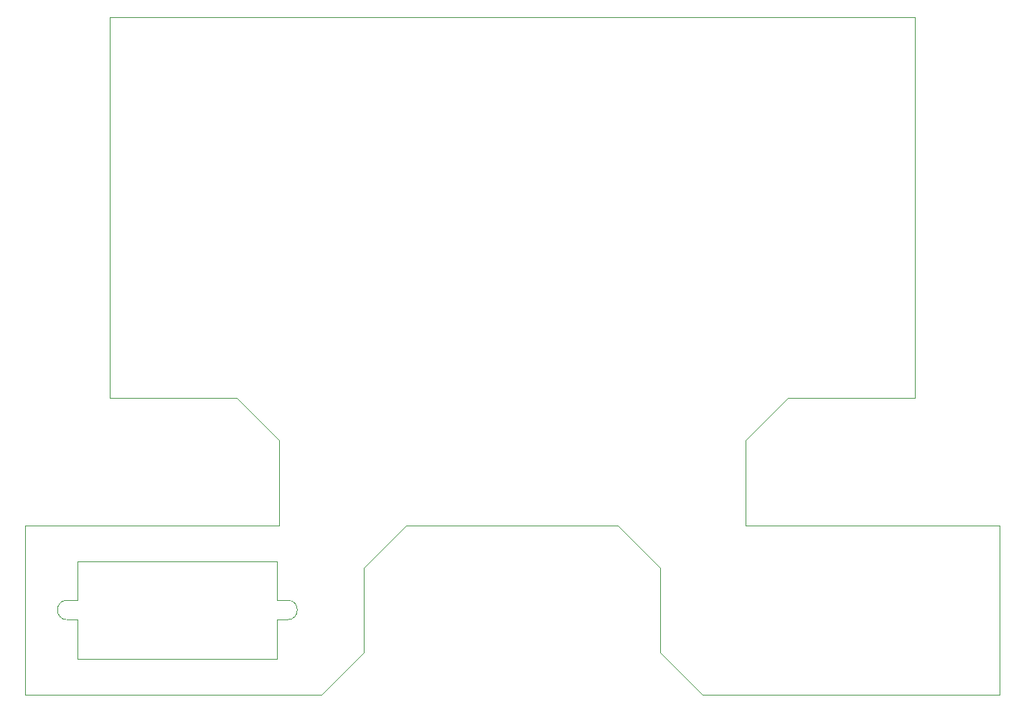
<source format=gbr>
%TF.GenerationSoftware,KiCad,Pcbnew,7.0.9*%
%TF.CreationDate,2025-01-29T10:13:39+09:00*%
%TF.ProjectId,05-PWR,30352d50-5752-42e6-9b69-6361645f7063,rev?*%
%TF.SameCoordinates,Original*%
%TF.FileFunction,Profile,NP*%
%FSLAX46Y46*%
G04 Gerber Fmt 4.6, Leading zero omitted, Abs format (unit mm)*
G04 Created by KiCad (PCBNEW 7.0.9) date 2025-01-29 10:13:39*
%MOMM*%
%LPD*%
G01*
G04 APERTURE LIST*
%TA.AperFunction,Profile*%
%ADD10C,0.100000*%
%TD*%
%TA.AperFunction,Profile*%
%ADD11C,0.050000*%
%TD*%
G04 APERTURE END LIST*
D10*
X125000000Y-70000000D02*
X30000000Y-70000000D01*
X95000000Y-145000000D02*
X100000000Y-150000000D01*
X90000000Y-130000000D02*
X95000000Y-135000000D01*
X20000000Y-130000000D02*
X50000000Y-130000000D01*
X20000000Y-150000000D02*
X20000000Y-130000000D01*
X20000000Y-150000000D02*
X55000000Y-150000000D01*
X65000000Y-130000000D02*
X90000000Y-130000000D01*
X125000000Y-115000000D02*
X125000000Y-70000000D01*
X100000000Y-150000000D02*
X135000000Y-150000000D01*
X110000000Y-115000000D02*
X125000000Y-115000000D01*
X35000000Y-115000000D02*
X45000000Y-115000000D01*
X55000000Y-150000000D02*
X60000000Y-145000000D01*
X45000000Y-115000000D02*
X50000000Y-120000000D01*
X105000000Y-120000000D02*
X105000000Y-130000000D01*
X50000000Y-120000000D02*
X50000000Y-130000000D01*
X60000000Y-135000000D02*
X65000000Y-130000000D01*
X95000000Y-135000000D02*
X95000000Y-145000000D01*
X135000000Y-130000000D02*
X135000000Y-150000000D01*
X60000000Y-145000000D02*
X60000000Y-135000000D01*
X30000000Y-70000000D02*
X30000000Y-115000000D01*
X105000000Y-130000000D02*
X135000000Y-130000000D01*
X110000000Y-115000000D02*
X105000000Y-120000000D01*
X35000000Y-115000000D02*
X30000000Y-115000000D01*
D11*
%TO.C,REF\u002A\u002A*%
X25000000Y-138850000D02*
X26250000Y-138850000D01*
X26250000Y-134250000D02*
X49750000Y-134250000D01*
X26250000Y-138850000D02*
X26250000Y-134250000D01*
X26250000Y-141150000D02*
X25000000Y-141150000D01*
X26250000Y-145750000D02*
X26250000Y-141150000D01*
X49750000Y-134250000D02*
X49750000Y-138850000D01*
X49750000Y-138850000D02*
X51000000Y-138850000D01*
X49750000Y-141150000D02*
X49750000Y-145750000D01*
X49750000Y-145750000D02*
X26250000Y-145750000D01*
X51000000Y-141150000D02*
X49750000Y-141150000D01*
X25000000Y-138850000D02*
G75*
G03*
X25000000Y-141150000I0J-1150000D01*
G01*
X51000000Y-141150000D02*
G75*
G03*
X51000000Y-138850000I0J1150000D01*
G01*
%TD*%
M02*

</source>
